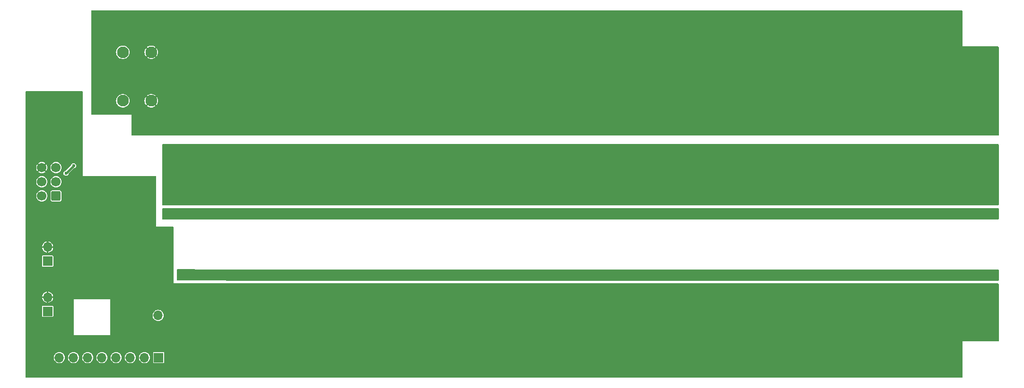
<source format=gbr>
%TF.GenerationSoftware,KiCad,Pcbnew,8.0.5*%
%TF.CreationDate,2024-10-14T01:07:43-05:00*%
%TF.ProjectId,bidirectional_load_switch,62696469-7265-4637-9469-6f6e616c5f6c,rev?*%
%TF.SameCoordinates,Original*%
%TF.FileFunction,Copper,L2,Bot*%
%TF.FilePolarity,Positive*%
%FSLAX46Y46*%
G04 Gerber Fmt 4.6, Leading zero omitted, Abs format (unit mm)*
G04 Created by KiCad (PCBNEW 8.0.5) date 2024-10-14 01:07:43*
%MOMM*%
%LPD*%
G01*
G04 APERTURE LIST*
G04 Aperture macros list*
%AMRoundRect*
0 Rectangle with rounded corners*
0 $1 Rounding radius*
0 $2 $3 $4 $5 $6 $7 $8 $9 X,Y pos of 4 corners*
0 Add a 4 corners polygon primitive as box body*
4,1,4,$2,$3,$4,$5,$6,$7,$8,$9,$2,$3,0*
0 Add four circle primitives for the rounded corners*
1,1,$1+$1,$2,$3*
1,1,$1+$1,$4,$5*
1,1,$1+$1,$6,$7*
1,1,$1+$1,$8,$9*
0 Add four rect primitives between the rounded corners*
20,1,$1+$1,$2,$3,$4,$5,0*
20,1,$1+$1,$4,$5,$6,$7,0*
20,1,$1+$1,$6,$7,$8,$9,0*
20,1,$1+$1,$8,$9,$2,$3,0*%
G04 Aperture macros list end*
%TA.AperFunction,ComponentPad*%
%ADD10R,1.700000X1.700000*%
%TD*%
%TA.AperFunction,ComponentPad*%
%ADD11O,1.700000X1.700000*%
%TD*%
%TA.AperFunction,ComponentPad*%
%ADD12RoundRect,0.250000X0.600000X0.600000X-0.600000X0.600000X-0.600000X-0.600000X0.600000X-0.600000X0*%
%TD*%
%TA.AperFunction,ComponentPad*%
%ADD13C,1.700000*%
%TD*%
%TA.AperFunction,ComponentPad*%
%ADD14C,2.100000*%
%TD*%
%TA.AperFunction,ViaPad*%
%ADD15C,0.600000*%
%TD*%
%TA.AperFunction,Conductor*%
%ADD16C,0.400000*%
%TD*%
G04 APERTURE END LIST*
D10*
%TO.P,J105,1,Pin_1*%
%TO.N,MISO{slash}fault_status*%
X67300000Y-106800000D03*
D11*
%TO.P,J105,2,Pin_2*%
%TO.N,GND*%
X67300000Y-104260000D03*
%TD*%
D10*
%TO.P,J102,1,Pin_1*%
%TO.N,GND*%
X84550000Y-116550000D03*
D11*
%TO.P,J102,2,Pin_2*%
%TO.N,5V*%
X87090000Y-116550000D03*
%TD*%
D12*
%TO.P,J107,1,MISO*%
%TO.N,MISO{slash}fault_status*%
X68802500Y-95095000D03*
D13*
%TO.P,J107,2,VCC*%
%TO.N,3V3*%
X66262500Y-95095000D03*
%TO.P,J107,3,SCK*%
%TO.N,SCK{slash}~{fault_rst}*%
X68802500Y-92555000D03*
%TO.P,J107,4,MOSI*%
%TO.N,MOSI*%
X66262500Y-92555000D03*
%TO.P,J107,5,~{RST}*%
%TO.N,~{MCU_RST}*%
X68802500Y-90015000D03*
%TO.P,J107,6,GND*%
%TO.N,GND*%
X66262500Y-90015000D03*
%TD*%
D10*
%TO.P,J106,1,Pin_1*%
%TO.N,SCK{slash}~{fault_rst}*%
X67300000Y-115800000D03*
D11*
%TO.P,J106,2,Pin_2*%
%TO.N,GND*%
X67300000Y-113260000D03*
%TD*%
D10*
%TO.P,J104,1,Pin_1*%
%TO.N,15V_isolated*%
X89050000Y-98300000D03*
D11*
%TO.P,J104,2,Pin_2*%
%TO.N,GNDPWR*%
X89050000Y-95760000D03*
%TD*%
D10*
%TO.P,J103,1,Pin_1*%
%TO.N,PWM1_in*%
X87180000Y-124100000D03*
D11*
%TO.P,J103,2,Pin_2*%
%TO.N,PWM2_in*%
X84640000Y-124100000D03*
%TO.P,J103,3,Pin_3*%
%TO.N,PWM3_in*%
X82100000Y-124100000D03*
%TO.P,J103,4,Pin_4*%
%TO.N,PWM4_in*%
X79560000Y-124100000D03*
%TO.P,J103,5,Pin_5*%
%TO.N,PWM5_in*%
X77020000Y-124100000D03*
%TO.P,J103,6,Pin_6*%
%TO.N,PWM6_in*%
X74480000Y-124100000D03*
%TO.P,J103,7,Pin_7*%
%TO.N,PWM7_in*%
X71940000Y-124100000D03*
%TO.P,J103,8,Pin_8*%
%TO.N,PWM8_in*%
X69400000Y-124100000D03*
%TO.P,J103,9,Pin_9*%
%TO.N,GND*%
X66860000Y-124100000D03*
%TD*%
D14*
%TO.P,J101,1_1,1_1*%
%TO.N,Earth*%
X85840000Y-78037500D03*
%TO.P,J101,1_2,1_2*%
X85840000Y-69337500D03*
%TO.P,J101,2_1,2_1*%
%TO.N,AC_in*%
X80760000Y-78037500D03*
%TO.P,J101,2_2,2_2*%
X80760000Y-69337500D03*
%TD*%
D15*
%TO.N,GND*%
X82141600Y-109141600D03*
X80241600Y-109141600D03*
X209950000Y-112650000D03*
X127500000Y-117300000D03*
X164500000Y-118250000D03*
X146000000Y-115300000D03*
X209200000Y-114650000D03*
X227800000Y-113900000D03*
X127500000Y-118250000D03*
X127500000Y-119300000D03*
X82950000Y-93350000D03*
X79200000Y-98250000D03*
X153550000Y-115400000D03*
X153700000Y-114650000D03*
X207950000Y-121900000D03*
X84041600Y-114741600D03*
X220000000Y-115300000D03*
X81200000Y-111950000D03*
X164500000Y-117300000D03*
X190900000Y-113150000D03*
X220000000Y-114300000D03*
X201500000Y-119300000D03*
X192200000Y-112650000D03*
X81200000Y-113350000D03*
X83091600Y-109141600D03*
X220000000Y-113300000D03*
X83091600Y-111941600D03*
X172950000Y-112650000D03*
X191450000Y-112650000D03*
X210700000Y-112650000D03*
X84991600Y-114741600D03*
X201500000Y-115300000D03*
X134550000Y-120850000D03*
X83091600Y-114741600D03*
X76050000Y-92900000D03*
X109000000Y-113300000D03*
X164500000Y-115300000D03*
X229200000Y-112650000D03*
X116900000Y-113150000D03*
X146000000Y-114300000D03*
X171550000Y-120850000D03*
X170950000Y-121900000D03*
X183000000Y-116300000D03*
X83091600Y-110541600D03*
X153050000Y-121500000D03*
X109000000Y-114300000D03*
X183000000Y-115300000D03*
X220000000Y-118250000D03*
X164500000Y-114300000D03*
X82141600Y-113341600D03*
X109000000Y-119300000D03*
X227700000Y-114650000D03*
X220000000Y-117300000D03*
X183000000Y-119300000D03*
X136700000Y-112650000D03*
X135400000Y-113150000D03*
X155200000Y-112650000D03*
X226450000Y-121900000D03*
X146000000Y-118250000D03*
X190700000Y-114650000D03*
X90500000Y-115300000D03*
X90500000Y-118250000D03*
X82150000Y-114750000D03*
X220000000Y-119300000D03*
X228450000Y-112650000D03*
X90500000Y-116300000D03*
X99700000Y-112650000D03*
X183000000Y-113300000D03*
X208550000Y-120850000D03*
X153900000Y-113150000D03*
X134550000Y-121500000D03*
X173700000Y-112650000D03*
X73100000Y-102550000D03*
X98200000Y-114650000D03*
X135050000Y-115400000D03*
X117450000Y-112650000D03*
X209400000Y-113150000D03*
X227550000Y-115400000D03*
X98400000Y-113150000D03*
X76050000Y-92150000D03*
X189450000Y-121900000D03*
X172300000Y-113900000D03*
X115450000Y-121900000D03*
X190550000Y-115400000D03*
X172200000Y-114650000D03*
X83091600Y-113341600D03*
X127500000Y-113300000D03*
X109000000Y-117300000D03*
X90500000Y-114300000D03*
X84041600Y-109141600D03*
X146000000Y-119300000D03*
X183000000Y-118250000D03*
X135300000Y-113900000D03*
X227900000Y-113150000D03*
X146000000Y-116300000D03*
X116050000Y-121500000D03*
X183000000Y-114300000D03*
X82250000Y-93350000D03*
X97550000Y-121500000D03*
X152450000Y-121900000D03*
X96950000Y-121900000D03*
X116700000Y-114650000D03*
X81191600Y-109141600D03*
X201500000Y-114300000D03*
X82141600Y-110541600D03*
X90500000Y-117300000D03*
X201500000Y-118250000D03*
X172400000Y-113150000D03*
X190800000Y-113900000D03*
X76050000Y-93650000D03*
X208550000Y-121500000D03*
X76800000Y-93650000D03*
X81191600Y-110541600D03*
X164500000Y-119300000D03*
X109000000Y-116300000D03*
X68254003Y-78445800D03*
X154450000Y-112650000D03*
X201500000Y-117300000D03*
X127500000Y-115300000D03*
X118200000Y-112650000D03*
X171550000Y-121500000D03*
X201500000Y-116300000D03*
X190050000Y-120850000D03*
X127500000Y-116300000D03*
X84041600Y-113341600D03*
X78500000Y-98250000D03*
X82141600Y-111941600D03*
X220000000Y-116300000D03*
X72350000Y-103300000D03*
X98050000Y-115400000D03*
X109000000Y-115300000D03*
X133950000Y-121900000D03*
X97550000Y-120850000D03*
X146000000Y-117300000D03*
X164500000Y-113300000D03*
X227050000Y-120850000D03*
X153050000Y-120850000D03*
X72350000Y-102550000D03*
X153800000Y-113900000D03*
X190050000Y-121500000D03*
X172050000Y-115400000D03*
X98950000Y-112650000D03*
X183000000Y-117300000D03*
X72350000Y-104050000D03*
X209300000Y-113900000D03*
X135200000Y-114650000D03*
X116050000Y-120850000D03*
X164500000Y-116300000D03*
X67550000Y-78445800D03*
X146000000Y-113300000D03*
X116550000Y-115400000D03*
X127500000Y-114300000D03*
X116800000Y-113900000D03*
X98300000Y-113900000D03*
X201500000Y-113300000D03*
X90500000Y-113300000D03*
X90500000Y-119300000D03*
X209050000Y-115400000D03*
X227050000Y-121500000D03*
X84991600Y-113341600D03*
X109000000Y-118250000D03*
X135950000Y-112650000D03*
%TO.N,3V3*%
X109700000Y-108750000D03*
X90950000Y-109750000D03*
X167400000Y-108750000D03*
X148900000Y-109850000D03*
X165750000Y-109300000D03*
X185900000Y-108750000D03*
X111350000Y-109300000D03*
X222900000Y-108750000D03*
X203300000Y-108750000D03*
X183700000Y-108750000D03*
X184800000Y-109850000D03*
X92950000Y-108750000D03*
X202200000Y-108750000D03*
X128200000Y-109850000D03*
X204400000Y-109850000D03*
X128750000Y-109300000D03*
X147800000Y-108750000D03*
X221800000Y-108750000D03*
X92950000Y-109750000D03*
X110800000Y-109850000D03*
X201600000Y-109300000D03*
X203850000Y-109300000D03*
X148900000Y-108750000D03*
X109700000Y-109850000D03*
X90950000Y-108750000D03*
X111900000Y-109850000D03*
X91950000Y-109750000D03*
X203300000Y-109850000D03*
X202200000Y-109850000D03*
X129300000Y-108750000D03*
X166300000Y-108750000D03*
X185900000Y-109850000D03*
X93950000Y-108750000D03*
X165200000Y-109850000D03*
X93950000Y-109750000D03*
X110250000Y-109300000D03*
X221250000Y-109300000D03*
X166300000Y-109850000D03*
X147250000Y-109300000D03*
X129300000Y-109850000D03*
X204400000Y-108750000D03*
X127600000Y-109300000D03*
X129850000Y-109300000D03*
X184800000Y-108750000D03*
X91950000Y-108750000D03*
X130400000Y-108750000D03*
X128200000Y-108750000D03*
X220700000Y-108750000D03*
X184250000Y-109300000D03*
X146700000Y-108750000D03*
X202750000Y-109300000D03*
X146100000Y-109300000D03*
X183100000Y-109300000D03*
X167400000Y-109850000D03*
X147800000Y-109850000D03*
X183700000Y-109850000D03*
X220700000Y-109850000D03*
X222350000Y-109300000D03*
X165200000Y-108750000D03*
X166850000Y-109300000D03*
X111900000Y-108750000D03*
X110800000Y-108750000D03*
X146700000Y-109850000D03*
X148350000Y-109300000D03*
X222900000Y-109850000D03*
X221800000Y-109850000D03*
X164600000Y-109300000D03*
X185350000Y-109300000D03*
X130400000Y-109850000D03*
X109100000Y-109300000D03*
X220100000Y-109300000D03*
%TO.N,GNDPWR*%
X157500000Y-91800000D03*
X116000000Y-87200000D03*
X234400000Y-94800000D03*
X189250000Y-86450000D03*
X156200000Y-96300000D03*
X173300000Y-96300000D03*
X180250000Y-87300000D03*
X117800000Y-94800000D03*
X233050000Y-90300000D03*
X159050000Y-91800000D03*
X143300000Y-91800000D03*
X141900000Y-93300000D03*
X106300000Y-88800000D03*
X235900000Y-96300000D03*
X161800000Y-94800000D03*
X177550000Y-91800000D03*
X198800000Y-91800000D03*
X178950000Y-91800000D03*
X103500000Y-93300000D03*
X141950000Y-91800000D03*
X170750000Y-87200000D03*
X177500000Y-93300000D03*
X217300000Y-90300000D03*
X123450000Y-90300000D03*
X96750000Y-88700000D03*
X178950000Y-90300000D03*
X210300000Y-96300000D03*
X213100000Y-94800000D03*
X190000000Y-86450000D03*
X133750000Y-86450000D03*
X196000000Y-94800000D03*
X143300000Y-90300000D03*
X116000000Y-86450000D03*
X196000000Y-93300000D03*
X231500000Y-91800000D03*
X117800000Y-96300000D03*
X137700000Y-94800000D03*
X103500000Y-94800000D03*
X161800000Y-93300000D03*
X106300000Y-96300000D03*
X194600000Y-94800000D03*
X136300000Y-94800000D03*
X235900000Y-91800000D03*
X160400000Y-94800000D03*
X139100000Y-93300000D03*
X106300000Y-91800000D03*
X124800000Y-94800000D03*
X176850000Y-88900000D03*
X97500000Y-87200000D03*
X143300000Y-93300000D03*
X143300000Y-87300000D03*
X120500000Y-91800000D03*
X227000000Y-87950000D03*
X234450000Y-91800000D03*
X235900000Y-93300000D03*
X217300000Y-93300000D03*
X96750000Y-87950000D03*
X189250000Y-87200000D03*
X196000000Y-96300000D03*
X197400000Y-96300000D03*
X154800000Y-93300000D03*
X171500000Y-88700000D03*
X137700000Y-96300000D03*
X122000000Y-93300000D03*
X231550000Y-90300000D03*
X173300000Y-93300000D03*
X157600000Y-96300000D03*
X176000000Y-91800000D03*
X102100000Y-96300000D03*
X99300000Y-96300000D03*
X198800000Y-96300000D03*
X152250000Y-87200000D03*
X195350000Y-88900000D03*
X140500000Y-94800000D03*
X178900000Y-96300000D03*
X123400000Y-93300000D03*
X173300000Y-94800000D03*
X191800000Y-96300000D03*
X156200000Y-93300000D03*
X124800000Y-90300000D03*
X213050000Y-90300000D03*
X215900000Y-96300000D03*
X174700000Y-96300000D03*
X120600000Y-94800000D03*
X104900000Y-96300000D03*
X157550000Y-90300000D03*
X228800000Y-93300000D03*
X122050000Y-90300000D03*
X171500000Y-87200000D03*
X124800000Y-88800000D03*
X207750000Y-88700000D03*
X119200000Y-93300000D03*
X158350000Y-88900000D03*
X234400000Y-93300000D03*
X122000000Y-94800000D03*
X140500000Y-93300000D03*
X230200000Y-93300000D03*
X117800000Y-93300000D03*
X120550000Y-90300000D03*
X226250000Y-88700000D03*
X171500000Y-87950000D03*
X115250000Y-87950000D03*
X208500000Y-87200000D03*
X180250000Y-94800000D03*
X133750000Y-87200000D03*
X191800000Y-94800000D03*
X213850000Y-88900000D03*
X190000000Y-87200000D03*
X120600000Y-93300000D03*
X226250000Y-87950000D03*
X227000000Y-86450000D03*
X102100000Y-93300000D03*
X214500000Y-96300000D03*
X115250000Y-88700000D03*
X122000000Y-96300000D03*
X122050000Y-91800000D03*
X198800000Y-90300000D03*
X133750000Y-87950000D03*
X104950000Y-90300000D03*
X139100000Y-96300000D03*
X170750000Y-86450000D03*
X119200000Y-94800000D03*
X154800000Y-96300000D03*
X140550000Y-91800000D03*
X161800000Y-91800000D03*
X116000000Y-87950000D03*
X208500000Y-88700000D03*
X177550000Y-90300000D03*
X160450000Y-91800000D03*
X100700000Y-96300000D03*
X207750000Y-87950000D03*
X154800000Y-94800000D03*
X194600000Y-93300000D03*
X104950000Y-91800000D03*
X190000000Y-88700000D03*
X213100000Y-93300000D03*
X124800000Y-87300000D03*
X228800000Y-94800000D03*
X194500000Y-91800000D03*
X215900000Y-94800000D03*
X235900000Y-87300000D03*
X106300000Y-93300000D03*
X196050000Y-91800000D03*
X134500000Y-86450000D03*
X161800000Y-87300000D03*
X207750000Y-87200000D03*
X210300000Y-94800000D03*
X214500000Y-93300000D03*
X160400000Y-96300000D03*
X213100000Y-96300000D03*
X120600000Y-96300000D03*
X226250000Y-86450000D03*
X143300000Y-96300000D03*
X180250000Y-88800000D03*
X159000000Y-96300000D03*
X207750000Y-86450000D03*
X176100000Y-94800000D03*
X134500000Y-88700000D03*
X232350000Y-88900000D03*
X136300000Y-96300000D03*
X139850000Y-88900000D03*
X124800000Y-96300000D03*
X170750000Y-87950000D03*
X153000000Y-87950000D03*
X217300000Y-94800000D03*
X161800000Y-96300000D03*
X174700000Y-94800000D03*
X153000000Y-86450000D03*
X133750000Y-88700000D03*
X106300000Y-94800000D03*
X227000000Y-88700000D03*
X152250000Y-86450000D03*
X193200000Y-93300000D03*
X159050000Y-90300000D03*
X124800000Y-93300000D03*
X197400000Y-94800000D03*
X226250000Y-87200000D03*
X99300000Y-94800000D03*
X100700000Y-94800000D03*
X123400000Y-94800000D03*
X156200000Y-94800000D03*
X97500000Y-88700000D03*
X189250000Y-88700000D03*
X153000000Y-88700000D03*
X211700000Y-93300000D03*
X233000000Y-96300000D03*
X217300000Y-91800000D03*
X176100000Y-96300000D03*
X194600000Y-96300000D03*
X141950000Y-90300000D03*
X140550000Y-90300000D03*
X103550000Y-91800000D03*
X197450000Y-91800000D03*
X159000000Y-94800000D03*
X177500000Y-94800000D03*
X198800000Y-93300000D03*
X217300000Y-88800000D03*
X141900000Y-94800000D03*
X214500000Y-94800000D03*
X116000000Y-88700000D03*
X121350000Y-88900000D03*
X235900000Y-88800000D03*
X103550000Y-90300000D03*
X157600000Y-94800000D03*
X124800000Y-91800000D03*
X208500000Y-87950000D03*
X231600000Y-96300000D03*
X233000000Y-94800000D03*
X96750000Y-86450000D03*
X217300000Y-87300000D03*
X235900000Y-94800000D03*
X176050000Y-90300000D03*
X235900000Y-90300000D03*
X214550000Y-91800000D03*
X191800000Y-93300000D03*
X161800000Y-88800000D03*
X102850000Y-88900000D03*
X143300000Y-88800000D03*
X140500000Y-96300000D03*
X213000000Y-91800000D03*
X193200000Y-94800000D03*
X180250000Y-91800000D03*
X115250000Y-87200000D03*
X178900000Y-93300000D03*
X177500000Y-96300000D03*
X99300000Y-93300000D03*
X231600000Y-94800000D03*
X210300000Y-93300000D03*
X152250000Y-87950000D03*
X137700000Y-93300000D03*
X198800000Y-94800000D03*
X100700000Y-93300000D03*
X134500000Y-87200000D03*
X97500000Y-87950000D03*
X136300000Y-93300000D03*
X134500000Y-87950000D03*
X139100000Y-94800000D03*
X234450000Y-90300000D03*
X228800000Y-96300000D03*
X176100000Y-93300000D03*
X196050000Y-90300000D03*
X211700000Y-96300000D03*
X160400000Y-93300000D03*
X152250000Y-88700000D03*
X123400000Y-96300000D03*
X139000000Y-91800000D03*
X208500000Y-86450000D03*
X198800000Y-88800000D03*
X160450000Y-90300000D03*
X102050000Y-90300000D03*
X123450000Y-91800000D03*
X161800000Y-90300000D03*
X104900000Y-94800000D03*
X193200000Y-96300000D03*
X197400000Y-93300000D03*
X97500000Y-86450000D03*
X115250000Y-86450000D03*
X234400000Y-96300000D03*
X180250000Y-93300000D03*
X233050000Y-91800000D03*
X231600000Y-93300000D03*
X139050000Y-90300000D03*
X157600000Y-93300000D03*
X143300000Y-94800000D03*
X215950000Y-90300000D03*
X153000000Y-87200000D03*
X180250000Y-96300000D03*
X211700000Y-94800000D03*
X214550000Y-90300000D03*
X106300000Y-90300000D03*
X102000000Y-91800000D03*
X119200000Y-96300000D03*
X159000000Y-93300000D03*
X178900000Y-94800000D03*
X215950000Y-91800000D03*
X230200000Y-94800000D03*
X190000000Y-87950000D03*
X180250000Y-90300000D03*
X102100000Y-94800000D03*
X174700000Y-93300000D03*
X96750000Y-87200000D03*
X194550000Y-90300000D03*
X141900000Y-96300000D03*
X171500000Y-86450000D03*
X104900000Y-93300000D03*
X106300000Y-87300000D03*
X215900000Y-93300000D03*
X233000000Y-93300000D03*
X198800000Y-87300000D03*
X189250000Y-87950000D03*
X217300000Y-96300000D03*
X103500000Y-96300000D03*
X170750000Y-88700000D03*
X230200000Y-96300000D03*
X227000000Y-87200000D03*
X197450000Y-90300000D03*
%TO.N,15V_isolated*%
X129250000Y-97900000D03*
X220900000Y-97900000D03*
X223450000Y-98750000D03*
X112450000Y-98750000D03*
X185600000Y-97900000D03*
X90550000Y-97900000D03*
X202400000Y-97900000D03*
X149450000Y-97900000D03*
X220050000Y-98750000D03*
X91400000Y-98750000D03*
X130950000Y-97900000D03*
X204100000Y-98750000D03*
X166250000Y-98750000D03*
X223450000Y-97900000D03*
X129250000Y-98750000D03*
X201550000Y-97900000D03*
X90550000Y-98750000D03*
X128400000Y-97900000D03*
X220900000Y-98750000D03*
X166250000Y-97900000D03*
X130950000Y-98750000D03*
X167950000Y-97900000D03*
X164550000Y-97900000D03*
X183050000Y-97900000D03*
X204100000Y-97900000D03*
X201550000Y-98750000D03*
X220050000Y-97900000D03*
X149450000Y-98750000D03*
X93100000Y-98750000D03*
X186450000Y-97900000D03*
X148600000Y-97900000D03*
X164550000Y-98750000D03*
X146900000Y-97900000D03*
X167100000Y-98750000D03*
X112450000Y-97900000D03*
X222600000Y-98750000D03*
X202400000Y-98750000D03*
X183900000Y-97900000D03*
X128400000Y-98750000D03*
X147750000Y-98750000D03*
X165400000Y-97900000D03*
X109050000Y-98750000D03*
X111600000Y-97900000D03*
X92250000Y-98750000D03*
X127550000Y-97900000D03*
X183050000Y-98750000D03*
X146900000Y-98750000D03*
X183900000Y-98750000D03*
X111600000Y-98750000D03*
X184750000Y-97900000D03*
X130100000Y-97900000D03*
X222600000Y-97900000D03*
X167100000Y-97900000D03*
X110750000Y-97900000D03*
X203250000Y-97900000D03*
X146050000Y-97900000D03*
X93950000Y-98750000D03*
X130100000Y-98750000D03*
X109900000Y-97900000D03*
X109050000Y-97900000D03*
X92250000Y-97900000D03*
X146050000Y-98750000D03*
X203250000Y-98750000D03*
X109900000Y-98750000D03*
X91400000Y-97900000D03*
X186450000Y-98750000D03*
X165400000Y-98750000D03*
X204950000Y-98750000D03*
X221750000Y-98750000D03*
X221750000Y-97900000D03*
X93950000Y-97900000D03*
X93100000Y-97900000D03*
X185600000Y-98750000D03*
X147750000Y-97900000D03*
X148600000Y-98750000D03*
X204950000Y-97900000D03*
X127550000Y-98750000D03*
X167950000Y-98750000D03*
X184750000Y-98750000D03*
X110750000Y-98750000D03*
%TO.N,Earth*%
X137000000Y-76350000D03*
X192500000Y-74100000D03*
X137000000Y-74100000D03*
X157800000Y-73000000D03*
X103450000Y-74100000D03*
X121950000Y-75250000D03*
X157800000Y-74100000D03*
X103450000Y-71900000D03*
X174000000Y-76350000D03*
X194800000Y-70800000D03*
X215600000Y-70800000D03*
X194800000Y-75250000D03*
X197100000Y-70800000D03*
X104600000Y-74100000D03*
X104600000Y-75250000D03*
X215600000Y-76350000D03*
X123100000Y-73000000D03*
X156650000Y-74100000D03*
X102300000Y-73000000D03*
X155500000Y-73000000D03*
X141600000Y-73000000D03*
X119650000Y-73000000D03*
X212150000Y-73000000D03*
X215600000Y-73000000D03*
X175150000Y-74100000D03*
X137000000Y-71900000D03*
X158950000Y-74100000D03*
X102300000Y-74100000D03*
X160100000Y-76350000D03*
X230650000Y-71900000D03*
X178600000Y-76350000D03*
X195950000Y-71900000D03*
X192500000Y-71900000D03*
X231800000Y-76350000D03*
X100000000Y-75250000D03*
X139300000Y-71900000D03*
X193650000Y-70800000D03*
X118500000Y-71900000D03*
X231800000Y-73000000D03*
X141600000Y-75250000D03*
X212150000Y-70800000D03*
X140450000Y-73000000D03*
X104600000Y-76350000D03*
X195950000Y-75250000D03*
X195950000Y-76350000D03*
X155500000Y-70800000D03*
X211000000Y-73000000D03*
X121950000Y-76350000D03*
X230650000Y-74100000D03*
X193650000Y-74100000D03*
X102300000Y-70800000D03*
X176300000Y-76350000D03*
X155500000Y-71900000D03*
X101150000Y-73000000D03*
X175150000Y-73000000D03*
X234100000Y-70800000D03*
X213300000Y-73000000D03*
X192500000Y-75250000D03*
X139300000Y-76350000D03*
X103450000Y-70800000D03*
X138150000Y-70800000D03*
X104600000Y-71900000D03*
X156650000Y-71900000D03*
X195950000Y-74100000D03*
X177450000Y-70800000D03*
X156650000Y-70800000D03*
X123100000Y-75250000D03*
X123100000Y-71900000D03*
X118500000Y-70800000D03*
X178600000Y-70800000D03*
X119650000Y-71900000D03*
X213300000Y-75250000D03*
X123100000Y-76350000D03*
X140450000Y-76350000D03*
X120800000Y-76350000D03*
X211000000Y-70800000D03*
X232950000Y-71900000D03*
X231800000Y-70800000D03*
X213300000Y-76350000D03*
X213300000Y-71900000D03*
X176300000Y-71900000D03*
X100000000Y-74100000D03*
X118500000Y-74100000D03*
X174000000Y-73000000D03*
X215600000Y-74100000D03*
X139300000Y-70800000D03*
X157800000Y-75250000D03*
X229500000Y-71900000D03*
X138150000Y-76350000D03*
X158950000Y-70800000D03*
X121950000Y-73000000D03*
X160100000Y-71900000D03*
X160100000Y-74100000D03*
X177450000Y-74100000D03*
X177450000Y-75250000D03*
X214450000Y-75250000D03*
X197100000Y-76350000D03*
X102300000Y-75250000D03*
X175150000Y-76350000D03*
X213300000Y-74100000D03*
X156650000Y-75250000D03*
X141600000Y-76350000D03*
X229500000Y-73000000D03*
X155500000Y-75250000D03*
X211000000Y-76350000D03*
X194800000Y-76350000D03*
X140450000Y-74100000D03*
X121950000Y-74100000D03*
X138150000Y-71900000D03*
X194800000Y-74100000D03*
X158950000Y-71900000D03*
X231800000Y-74100000D03*
X138150000Y-75250000D03*
X177450000Y-76350000D03*
X137000000Y-75250000D03*
X192500000Y-70800000D03*
X119650000Y-76350000D03*
X101150000Y-74100000D03*
X157800000Y-76350000D03*
X194800000Y-73000000D03*
X234100000Y-74100000D03*
X101150000Y-70800000D03*
X160100000Y-73000000D03*
X232950000Y-70800000D03*
X120800000Y-73000000D03*
X156650000Y-76350000D03*
X139300000Y-74100000D03*
X192500000Y-73000000D03*
X194800000Y-71900000D03*
X215600000Y-71900000D03*
X214450000Y-71900000D03*
X160100000Y-70800000D03*
X212150000Y-71900000D03*
X139300000Y-75250000D03*
X214450000Y-73000000D03*
X100000000Y-70800000D03*
X100000000Y-73000000D03*
X178600000Y-73000000D03*
X138150000Y-73000000D03*
X231800000Y-75250000D03*
X230650000Y-76350000D03*
X212150000Y-74100000D03*
X118500000Y-75250000D03*
X174000000Y-70800000D03*
X139300000Y-73000000D03*
X160100000Y-75250000D03*
X157800000Y-70800000D03*
X175150000Y-71900000D03*
X197100000Y-74100000D03*
X197100000Y-73000000D03*
X119650000Y-74100000D03*
X232950000Y-75250000D03*
X119650000Y-70800000D03*
X118500000Y-73000000D03*
X120800000Y-71900000D03*
X175150000Y-70800000D03*
X174000000Y-71900000D03*
X230650000Y-70800000D03*
X175150000Y-75250000D03*
X178600000Y-71900000D03*
X123100000Y-74100000D03*
X193650000Y-73000000D03*
X197100000Y-71900000D03*
X192500000Y-76350000D03*
X177450000Y-71900000D03*
X101150000Y-76350000D03*
X197100000Y-75250000D03*
X232950000Y-73000000D03*
X193650000Y-75250000D03*
X120800000Y-74100000D03*
X103450000Y-75250000D03*
X176300000Y-70800000D03*
X176300000Y-74100000D03*
X140450000Y-71900000D03*
X213300000Y-70800000D03*
X141600000Y-74100000D03*
X176300000Y-75250000D03*
X101150000Y-75250000D03*
X214450000Y-76350000D03*
X229500000Y-70800000D03*
X101150000Y-71900000D03*
X104600000Y-70800000D03*
X100000000Y-71900000D03*
X211000000Y-74100000D03*
X177450000Y-73000000D03*
X215600000Y-75250000D03*
X195950000Y-73000000D03*
X234100000Y-76350000D03*
X137000000Y-70800000D03*
X229500000Y-76350000D03*
X174000000Y-75250000D03*
X100000000Y-76350000D03*
X211000000Y-75250000D03*
X176300000Y-73000000D03*
X140450000Y-70800000D03*
X158950000Y-76350000D03*
X103450000Y-73000000D03*
X155500000Y-74100000D03*
X141600000Y-71900000D03*
X118500000Y-76350000D03*
X230650000Y-73000000D03*
X231800000Y-71900000D03*
X155500000Y-76350000D03*
X211000000Y-71900000D03*
X102300000Y-71900000D03*
X195950000Y-70800000D03*
X157800000Y-71900000D03*
X232950000Y-74100000D03*
X193650000Y-76350000D03*
X119650000Y-75250000D03*
X193650000Y-71900000D03*
X212150000Y-75250000D03*
X140450000Y-75250000D03*
X214450000Y-70800000D03*
X212150000Y-76350000D03*
X141600000Y-70800000D03*
X120800000Y-75250000D03*
X234100000Y-73000000D03*
X234100000Y-71900000D03*
X178600000Y-75250000D03*
X158950000Y-73000000D03*
X178600000Y-74100000D03*
X102300000Y-76350000D03*
X156650000Y-73000000D03*
X137000000Y-73000000D03*
X121950000Y-70800000D03*
X230650000Y-75250000D03*
X123100000Y-70800000D03*
X121950000Y-71900000D03*
X229500000Y-75250000D03*
X120800000Y-70800000D03*
X214450000Y-74100000D03*
X232950000Y-76350000D03*
X158950000Y-75250000D03*
X229500000Y-74100000D03*
X103450000Y-76350000D03*
X138150000Y-74100000D03*
X234100000Y-75250000D03*
X174000000Y-74100000D03*
X104600000Y-73000000D03*
%TO.N,~{MCU_RST}*%
X70599259Y-91033941D03*
X71942762Y-89690438D03*
%TD*%
D16*
%TO.N,~{MCU_RST}*%
X71942762Y-89690438D02*
X70599259Y-91033941D01*
%TD*%
%TA.AperFunction,Conductor*%
%TO.N,GNDPWR*%
G36*
X219050000Y-96800000D02*
G01*
X198800000Y-96800000D01*
X198800000Y-85800000D01*
X219050000Y-85800000D01*
X219050000Y-96800000D01*
G37*
%TD.AperFunction*%
%TD*%
%TA.AperFunction,Conductor*%
%TO.N,GND*%
G36*
X126550000Y-124300000D02*
G01*
X108050000Y-124300000D01*
X108050000Y-110800000D01*
X126550000Y-110800000D01*
X126550000Y-124300000D01*
G37*
%TD.AperFunction*%
%TD*%
%TA.AperFunction,Conductor*%
%TO.N,GND*%
G36*
X219050000Y-124300000D02*
G01*
X200550000Y-124300000D01*
X200550000Y-110800000D01*
X219050000Y-110800000D01*
X219050000Y-124300000D01*
G37*
%TD.AperFunction*%
%TD*%
%TA.AperFunction,Conductor*%
%TO.N,3V3*%
G36*
X200550000Y-110300000D02*
G01*
X182050000Y-110300000D01*
X182050000Y-108300000D01*
X200550000Y-108300000D01*
X200550000Y-110300000D01*
G37*
%TD.AperFunction*%
%TD*%
%TA.AperFunction,Conductor*%
%TO.N,GNDPWR*%
G36*
X237493039Y-85819685D02*
G01*
X237538794Y-85872489D01*
X237550000Y-85924000D01*
X237550000Y-96676000D01*
X237530315Y-96743039D01*
X237477511Y-96788794D01*
X237426000Y-96800000D01*
X217300000Y-96800000D01*
X217300000Y-85800000D01*
X237426000Y-85800000D01*
X237493039Y-85819685D01*
G37*
%TD.AperFunction*%
%TD*%
%TA.AperFunction,Conductor*%
%TO.N,15V_isolated*%
G36*
X145050000Y-99300000D02*
G01*
X124800000Y-99300000D01*
X124800000Y-97300000D01*
X145050000Y-97300000D01*
X145050000Y-99300000D01*
G37*
%TD.AperFunction*%
%TD*%
%TA.AperFunction,Conductor*%
%TO.N,GNDPWR*%
G36*
X126550000Y-96800000D02*
G01*
X106300000Y-96800000D01*
X106300000Y-85800000D01*
X126550000Y-85800000D01*
X126550000Y-96800000D01*
G37*
%TD.AperFunction*%
%TD*%
%TA.AperFunction,Conductor*%
%TO.N,GND*%
G36*
X108050000Y-124300000D02*
G01*
X89550000Y-124300000D01*
X89850000Y-110800000D01*
X108050000Y-110800000D01*
X108050000Y-124300000D01*
G37*
%TD.AperFunction*%
%TD*%
%TA.AperFunction,Conductor*%
%TO.N,15V_isolated*%
G36*
X182050000Y-99300000D02*
G01*
X161800000Y-99300000D01*
X161800000Y-97300000D01*
X182050000Y-97300000D01*
X182050000Y-99300000D01*
G37*
%TD.AperFunction*%
%TD*%
%TA.AperFunction,Conductor*%
%TO.N,GNDPWR*%
G36*
X163550000Y-96800000D02*
G01*
X143300000Y-96800000D01*
X143300000Y-85800000D01*
X163550000Y-85800000D01*
X163550000Y-96800000D01*
G37*
%TD.AperFunction*%
%TD*%
%TA.AperFunction,Conductor*%
%TO.N,3V3*%
G36*
X182050000Y-110300000D02*
G01*
X163550000Y-110300000D01*
X163550000Y-108300000D01*
X182050000Y-108300000D01*
X182050000Y-110300000D01*
G37*
%TD.AperFunction*%
%TD*%
%TA.AperFunction,Conductor*%
%TO.N,3V3*%
G36*
X163550000Y-110300000D02*
G01*
X145050000Y-110300000D01*
X145050000Y-108300000D01*
X163550000Y-108300000D01*
X163550000Y-110300000D01*
G37*
%TD.AperFunction*%
%TD*%
%TA.AperFunction,Conductor*%
%TO.N,3V3*%
G36*
X219050000Y-110300000D02*
G01*
X200550000Y-110300000D01*
X200550000Y-108300000D01*
X219050000Y-108300000D01*
X219050000Y-110300000D01*
G37*
%TD.AperFunction*%
%TD*%
%TA.AperFunction,Conductor*%
%TO.N,15V_isolated*%
G36*
X219050000Y-99300000D02*
G01*
X198800000Y-99300000D01*
X198800000Y-97300000D01*
X219050000Y-97300000D01*
X219050000Y-99300000D01*
G37*
%TD.AperFunction*%
%TD*%
%TA.AperFunction,Conductor*%
%TO.N,15V_isolated*%
G36*
X108050000Y-99300000D02*
G01*
X106300000Y-99300000D01*
X87924000Y-99300000D01*
X87856961Y-99280315D01*
X87811206Y-99227511D01*
X87800000Y-99176000D01*
X87800000Y-97424000D01*
X87819685Y-97356961D01*
X87872489Y-97311206D01*
X87924000Y-97300000D01*
X108050000Y-97300000D01*
X108050000Y-99300000D01*
G37*
%TD.AperFunction*%
%TD*%
%TA.AperFunction,Conductor*%
%TO.N,GND*%
G36*
X163550000Y-124300000D02*
G01*
X145050000Y-124300000D01*
X145050000Y-110800000D01*
X163550000Y-110800000D01*
X163550000Y-124300000D01*
G37*
%TD.AperFunction*%
%TD*%
%TA.AperFunction,Conductor*%
%TO.N,GNDPWR*%
G36*
X200550000Y-96800000D02*
G01*
X180300000Y-96800000D01*
X180300000Y-85800000D01*
X200550000Y-85800000D01*
X200550000Y-96800000D01*
G37*
%TD.AperFunction*%
%TD*%
%TA.AperFunction,Conductor*%
%TO.N,GNDPWR*%
G36*
X145050000Y-96800000D02*
G01*
X124800000Y-96800000D01*
X124800000Y-85800000D01*
X145050000Y-85800000D01*
X145050000Y-96800000D01*
G37*
%TD.AperFunction*%
%TD*%
%TA.AperFunction,Conductor*%
%TO.N,3V3*%
G36*
X237493039Y-108319685D02*
G01*
X237538794Y-108372489D01*
X237550000Y-108424000D01*
X237550000Y-110176000D01*
X237530315Y-110243039D01*
X237477511Y-110288794D01*
X237426000Y-110300000D01*
X219050000Y-110300000D01*
X219050000Y-108300000D01*
X237426000Y-108300000D01*
X237493039Y-108319685D01*
G37*
%TD.AperFunction*%
%TD*%
%TA.AperFunction,Conductor*%
%TO.N,3V3*%
G36*
X96742165Y-108267875D02*
G01*
X108049824Y-108300000D01*
X108050000Y-108300000D01*
X108050000Y-110300000D01*
X108049648Y-110299999D01*
X90573648Y-110250351D01*
X90506664Y-110230477D01*
X90461060Y-110177543D01*
X90450000Y-110126352D01*
X90450000Y-108374352D01*
X90469685Y-108307313D01*
X90522489Y-108261558D01*
X90574350Y-108250353D01*
X96742165Y-108267875D01*
G37*
%TD.AperFunction*%
%TD*%
%TA.AperFunction,Conductor*%
%TO.N,GND*%
G36*
X237493039Y-110819685D02*
G01*
X237538794Y-110872489D01*
X237550000Y-110924000D01*
X237550000Y-121075661D01*
X237530315Y-121142700D01*
X237477511Y-121188455D01*
X237426000Y-121199661D01*
X231049924Y-121199665D01*
X231049924Y-124300000D01*
X219050000Y-124300000D01*
X219050000Y-110800000D01*
X237426000Y-110800000D01*
X237493039Y-110819685D01*
G37*
%TD.AperFunction*%
%TD*%
%TA.AperFunction,Conductor*%
%TO.N,15V_isolated*%
G36*
X200550000Y-99300000D02*
G01*
X180300000Y-99300000D01*
X180300000Y-97300000D01*
X200550000Y-97300000D01*
X200550000Y-99300000D01*
G37*
%TD.AperFunction*%
%TD*%
%TA.AperFunction,Conductor*%
%TO.N,3V3*%
G36*
X126550000Y-110300000D02*
G01*
X108050001Y-110300000D01*
X108050000Y-110299999D01*
X108050000Y-108300000D01*
X126550000Y-108300000D01*
X126550000Y-110300000D01*
G37*
%TD.AperFunction*%
%TD*%
%TA.AperFunction,Conductor*%
%TO.N,GND*%
G36*
X200550000Y-124300000D02*
G01*
X182050000Y-124300000D01*
X182050000Y-110800000D01*
X200550000Y-110800000D01*
X200550000Y-124300000D01*
G37*
%TD.AperFunction*%
%TD*%
%TA.AperFunction,Conductor*%
%TO.N,GND*%
G36*
X73534639Y-76311285D02*
G01*
X73580394Y-76364089D01*
X73591600Y-76415600D01*
X73591600Y-91541600D01*
X75591600Y-91541600D01*
X86617600Y-91541600D01*
X86684639Y-91561285D01*
X86730394Y-91614089D01*
X86741600Y-91665600D01*
X86741600Y-100591600D01*
X89717702Y-100591600D01*
X89784741Y-100611285D01*
X89830496Y-100664089D01*
X89841701Y-100715497D01*
X89850000Y-110800000D01*
X89550000Y-124300000D01*
X88182899Y-124299561D01*
X88182899Y-123234944D01*
X88174028Y-123190342D01*
X88174026Y-123190340D01*
X88174026Y-123190338D01*
X88140234Y-123139766D01*
X88098097Y-123111611D01*
X88089658Y-123105972D01*
X88089657Y-123105971D01*
X88089656Y-123105971D01*
X88089654Y-123105970D01*
X88045059Y-123097100D01*
X86314945Y-123097100D01*
X86270341Y-123105972D01*
X86270338Y-123105973D01*
X86219766Y-123139765D01*
X86185971Y-123190343D01*
X86185970Y-123190345D01*
X86177100Y-123234940D01*
X86177100Y-124298918D01*
X85627740Y-124298742D01*
X85628389Y-124296603D01*
X85647753Y-124100000D01*
X85628389Y-123903397D01*
X85571042Y-123714350D01*
X85477916Y-123540122D01*
X85477913Y-123540118D01*
X85352589Y-123387410D01*
X85199881Y-123262086D01*
X85199879Y-123262085D01*
X85199878Y-123262084D01*
X85025650Y-123168958D01*
X84836603Y-123111611D01*
X84836601Y-123111610D01*
X84836599Y-123111610D01*
X84640000Y-123092247D01*
X84443400Y-123111610D01*
X84254350Y-123168958D01*
X84080118Y-123262086D01*
X83927410Y-123387410D01*
X83802086Y-123540118D01*
X83708958Y-123714350D01*
X83651610Y-123903400D01*
X83632247Y-124100000D01*
X83651610Y-124296603D01*
X83651611Y-124296605D01*
X83652067Y-124298109D01*
X83087987Y-124297928D01*
X83088389Y-124296603D01*
X83107753Y-124100000D01*
X83088389Y-123903397D01*
X83031042Y-123714350D01*
X82937916Y-123540122D01*
X82937913Y-123540118D01*
X82812589Y-123387410D01*
X82659881Y-123262086D01*
X82659879Y-123262085D01*
X82659878Y-123262084D01*
X82485650Y-123168958D01*
X82296603Y-123111611D01*
X82296601Y-123111610D01*
X82296599Y-123111610D01*
X82100000Y-123092247D01*
X81903400Y-123111610D01*
X81714350Y-123168958D01*
X81540118Y-123262086D01*
X81387410Y-123387410D01*
X81262086Y-123540118D01*
X81168958Y-123714350D01*
X81111610Y-123903400D01*
X81092247Y-124100000D01*
X81111610Y-124296599D01*
X81111610Y-124296601D01*
X81111611Y-124296603D01*
X81111821Y-124297295D01*
X80548233Y-124297114D01*
X80548389Y-124296603D01*
X80567753Y-124100000D01*
X80548389Y-123903397D01*
X80491042Y-123714350D01*
X80397916Y-123540122D01*
X80397913Y-123540118D01*
X80272589Y-123387410D01*
X80119881Y-123262086D01*
X80119879Y-123262085D01*
X80119878Y-123262084D01*
X79945650Y-123168958D01*
X79756603Y-123111611D01*
X79756601Y-123111610D01*
X79756599Y-123111610D01*
X79560000Y-123092247D01*
X79363400Y-123111610D01*
X79174350Y-123168958D01*
X79000118Y-123262086D01*
X78847410Y-123387410D01*
X78722086Y-123540118D01*
X78628958Y-123714350D01*
X78571610Y-123903400D01*
X78552247Y-124100000D01*
X78571598Y-124296481D01*
X78008418Y-124296300D01*
X78027753Y-124100000D01*
X78008389Y-123903397D01*
X77951042Y-123714350D01*
X77857916Y-123540122D01*
X77857913Y-123540118D01*
X77732589Y-123387410D01*
X77579881Y-123262086D01*
X77579879Y-123262085D01*
X77579878Y-123262084D01*
X77405650Y-123168958D01*
X77216603Y-123111611D01*
X77216601Y-123111610D01*
X77216599Y-123111610D01*
X77020000Y-123092247D01*
X76823400Y-123111610D01*
X76634350Y-123168958D01*
X76460118Y-123262086D01*
X76307410Y-123387410D01*
X76182086Y-123540118D01*
X76088958Y-123714350D01*
X76031610Y-123903400D01*
X76012247Y-124100000D01*
X76031518Y-124295667D01*
X75468499Y-124295486D01*
X75487753Y-124100000D01*
X75468389Y-123903397D01*
X75411042Y-123714350D01*
X75317916Y-123540122D01*
X75317913Y-123540118D01*
X75192589Y-123387410D01*
X75039881Y-123262086D01*
X75039879Y-123262085D01*
X75039878Y-123262084D01*
X74865650Y-123168958D01*
X74676603Y-123111611D01*
X74676601Y-123111610D01*
X74676599Y-123111610D01*
X74480000Y-123092247D01*
X74283400Y-123111610D01*
X74094350Y-123168958D01*
X73920118Y-123262086D01*
X73767410Y-123387410D01*
X73642086Y-123540118D01*
X73548958Y-123714350D01*
X73491610Y-123903400D01*
X73472247Y-124100000D01*
X73491437Y-124294853D01*
X72928579Y-124294672D01*
X72947753Y-124100000D01*
X72928389Y-123903397D01*
X72871042Y-123714350D01*
X72777916Y-123540122D01*
X72777913Y-123540118D01*
X72652589Y-123387410D01*
X72499881Y-123262086D01*
X72499879Y-123262085D01*
X72499878Y-123262084D01*
X72325650Y-123168958D01*
X72136603Y-123111611D01*
X72136601Y-123111610D01*
X72136599Y-123111610D01*
X71940000Y-123092247D01*
X71743400Y-123111610D01*
X71554350Y-123168958D01*
X71380118Y-123262086D01*
X71227410Y-123387410D01*
X71102086Y-123540118D01*
X71008958Y-123714350D01*
X70951610Y-123903400D01*
X70932247Y-124100000D01*
X70951357Y-124294038D01*
X70388659Y-124293858D01*
X70407753Y-124100000D01*
X70388389Y-123903397D01*
X70331042Y-123714350D01*
X70237916Y-123540122D01*
X70237913Y-123540118D01*
X70112589Y-123387410D01*
X69959881Y-123262086D01*
X69959879Y-123262085D01*
X69959878Y-123262084D01*
X69785650Y-123168958D01*
X69596603Y-123111611D01*
X69596601Y-123111610D01*
X69596599Y-123111610D01*
X69400000Y-123092247D01*
X69203400Y-123111610D01*
X69014350Y-123168958D01*
X68840118Y-123262086D01*
X68687410Y-123387410D01*
X68562086Y-123540118D01*
X68468958Y-123714350D01*
X68411610Y-123903400D01*
X68392247Y-124100000D01*
X68411277Y-124293224D01*
X63341600Y-124291600D01*
X63341600Y-114934940D01*
X66297100Y-114934940D01*
X66297100Y-116665054D01*
X66305972Y-116709658D01*
X66305973Y-116709661D01*
X66339765Y-116760233D01*
X66339766Y-116760234D01*
X66390342Y-116794028D01*
X66390343Y-116794028D01*
X66390345Y-116794029D01*
X66412642Y-116798464D01*
X66434943Y-116802900D01*
X68165056Y-116802899D01*
X68209658Y-116794028D01*
X68260234Y-116760234D01*
X68294028Y-116709658D01*
X68302900Y-116665057D01*
X68302899Y-114934944D01*
X68294028Y-114890342D01*
X68294026Y-114890340D01*
X68294026Y-114890338D01*
X68260234Y-114839766D01*
X68209659Y-114805973D01*
X68209658Y-114805972D01*
X68209657Y-114805971D01*
X68209656Y-114805971D01*
X68209654Y-114805970D01*
X68165059Y-114797100D01*
X66434945Y-114797100D01*
X66390341Y-114805972D01*
X66390338Y-114805973D01*
X66339766Y-114839765D01*
X66305971Y-114890343D01*
X66305970Y-114890345D01*
X66297100Y-114934940D01*
X63341600Y-114934940D01*
X63341600Y-113135000D01*
X66305060Y-113135000D01*
X66815856Y-113135000D01*
X66800000Y-113194174D01*
X66800000Y-113325826D01*
X66815856Y-113385000D01*
X66305061Y-113385000D01*
X66312103Y-113456503D01*
X66369423Y-113645462D01*
X66462498Y-113819592D01*
X66462502Y-113819599D01*
X66587766Y-113972233D01*
X66740400Y-114097497D01*
X66740407Y-114097501D01*
X66914537Y-114190576D01*
X67103496Y-114247896D01*
X67174999Y-114254938D01*
X67175000Y-114254937D01*
X67175000Y-113744144D01*
X67234174Y-113760000D01*
X67365826Y-113760000D01*
X67425000Y-113744144D01*
X67425000Y-114254938D01*
X67496503Y-114247896D01*
X67685462Y-114190576D01*
X67859592Y-114097501D01*
X67859599Y-114097497D01*
X68012233Y-113972233D01*
X68137497Y-113819599D01*
X68137501Y-113819592D01*
X68230576Y-113645462D01*
X68244366Y-113600004D01*
X71998028Y-113600004D01*
X71998028Y-113600005D01*
X71998028Y-120100005D01*
X78498027Y-120100005D01*
X78498028Y-120100005D01*
X78499105Y-116550000D01*
X86082247Y-116550000D01*
X86101610Y-116746599D01*
X86101610Y-116746601D01*
X86101611Y-116746603D01*
X86158958Y-116935650D01*
X86252084Y-117109878D01*
X86252086Y-117109881D01*
X86377410Y-117262589D01*
X86530118Y-117387913D01*
X86530122Y-117387916D01*
X86704350Y-117481042D01*
X86893397Y-117538389D01*
X87090000Y-117557753D01*
X87286603Y-117538389D01*
X87475650Y-117481042D01*
X87649878Y-117387916D01*
X87802589Y-117262589D01*
X87927916Y-117109878D01*
X88021042Y-116935650D01*
X88078389Y-116746603D01*
X88097753Y-116550000D01*
X88078389Y-116353397D01*
X88021042Y-116164350D01*
X87927916Y-115990122D01*
X87927913Y-115990118D01*
X87802589Y-115837410D01*
X87649881Y-115712086D01*
X87649879Y-115712085D01*
X87649878Y-115712084D01*
X87475650Y-115618958D01*
X87286603Y-115561611D01*
X87286601Y-115561610D01*
X87286599Y-115561610D01*
X87090000Y-115542247D01*
X86893400Y-115561610D01*
X86704350Y-115618958D01*
X86530118Y-115712086D01*
X86377410Y-115837410D01*
X86252086Y-115990118D01*
X86158958Y-116164350D01*
X86101610Y-116353400D01*
X86082247Y-116550000D01*
X78499105Y-116550000D01*
X78500000Y-113600000D01*
X71998028Y-113600004D01*
X68244366Y-113600004D01*
X68287896Y-113456503D01*
X68294939Y-113385000D01*
X67784144Y-113385000D01*
X67800000Y-113325826D01*
X67800000Y-113194174D01*
X67784144Y-113135000D01*
X68294939Y-113135000D01*
X68287896Y-113063496D01*
X68230576Y-112874537D01*
X68137501Y-112700407D01*
X68137497Y-112700400D01*
X68012233Y-112547766D01*
X67859599Y-112422502D01*
X67859592Y-112422498D01*
X67685462Y-112329423D01*
X67496503Y-112272103D01*
X67425000Y-112265060D01*
X67425000Y-112775855D01*
X67365826Y-112760000D01*
X67234174Y-112760000D01*
X67175000Y-112775855D01*
X67175000Y-112265060D01*
X67103496Y-112272103D01*
X66914537Y-112329423D01*
X66740407Y-112422498D01*
X66740400Y-112422502D01*
X66587766Y-112547766D01*
X66462502Y-112700400D01*
X66462498Y-112700407D01*
X66369423Y-112874537D01*
X66312103Y-113063496D01*
X66305060Y-113135000D01*
X63341600Y-113135000D01*
X63341600Y-105934940D01*
X66297100Y-105934940D01*
X66297100Y-107665054D01*
X66305972Y-107709658D01*
X66305973Y-107709661D01*
X66339765Y-107760233D01*
X66339766Y-107760234D01*
X66390342Y-107794028D01*
X66390343Y-107794028D01*
X66390345Y-107794029D01*
X66412642Y-107798464D01*
X66434943Y-107802900D01*
X68165056Y-107802899D01*
X68209658Y-107794028D01*
X68260234Y-107760234D01*
X68294028Y-107709658D01*
X68302900Y-107665057D01*
X68302899Y-105934944D01*
X68294028Y-105890342D01*
X68294026Y-105890340D01*
X68294026Y-105890338D01*
X68260234Y-105839766D01*
X68209659Y-105805973D01*
X68209658Y-105805972D01*
X68209657Y-105805971D01*
X68209656Y-105805971D01*
X68209654Y-105805970D01*
X68165059Y-105797100D01*
X66434945Y-105797100D01*
X66390341Y-105805972D01*
X66390338Y-105805973D01*
X66339766Y-105839765D01*
X66305971Y-105890343D01*
X66305970Y-105890345D01*
X66297100Y-105934940D01*
X63341600Y-105934940D01*
X63341600Y-104135000D01*
X66305060Y-104135000D01*
X66815856Y-104135000D01*
X66800000Y-104194174D01*
X66800000Y-104325826D01*
X66815856Y-104385000D01*
X66305061Y-104385000D01*
X66312103Y-104456503D01*
X66369423Y-104645462D01*
X66462498Y-104819592D01*
X66462502Y-104819599D01*
X66587766Y-104972233D01*
X66740400Y-105097497D01*
X66740407Y-105097501D01*
X66914537Y-105190576D01*
X67103496Y-105247896D01*
X67174999Y-105254938D01*
X67175000Y-105254937D01*
X67175000Y-104744144D01*
X67234174Y-104760000D01*
X67365826Y-104760000D01*
X67425000Y-104744144D01*
X67425000Y-105254938D01*
X67496503Y-105247896D01*
X67685462Y-105190576D01*
X67859592Y-105097501D01*
X67859599Y-105097497D01*
X68012233Y-104972233D01*
X68137497Y-104819599D01*
X68137501Y-104819592D01*
X68230576Y-104645462D01*
X68287896Y-104456503D01*
X68294939Y-104385000D01*
X67784144Y-104385000D01*
X67800000Y-104325826D01*
X67800000Y-104194174D01*
X67784144Y-104135000D01*
X68294939Y-104135000D01*
X68287896Y-104063496D01*
X68230576Y-103874537D01*
X68137501Y-103700407D01*
X68137497Y-103700400D01*
X68012233Y-103547766D01*
X67859599Y-103422502D01*
X67859592Y-103422498D01*
X67685462Y-103329423D01*
X67496503Y-103272103D01*
X67425000Y-103265060D01*
X67425000Y-103775855D01*
X67365826Y-103760000D01*
X67234174Y-103760000D01*
X67175000Y-103775855D01*
X67175000Y-103265060D01*
X67103496Y-103272103D01*
X66914537Y-103329423D01*
X66740407Y-103422498D01*
X66740400Y-103422502D01*
X66587766Y-103547766D01*
X66462502Y-103700400D01*
X66462498Y-103700407D01*
X66369423Y-103874537D01*
X66312103Y-104063496D01*
X66305060Y-104135000D01*
X63341600Y-104135000D01*
X63341600Y-95095000D01*
X65254747Y-95095000D01*
X65274110Y-95291599D01*
X65274110Y-95291601D01*
X65274111Y-95291603D01*
X65331458Y-95480650D01*
X65375687Y-95563397D01*
X65424586Y-95654881D01*
X65549910Y-95807589D01*
X65702618Y-95932913D01*
X65702622Y-95932916D01*
X65876850Y-96026042D01*
X66065897Y-96083389D01*
X66262500Y-96102753D01*
X66459103Y-96083389D01*
X66648150Y-96026042D01*
X66822378Y-95932916D01*
X66975089Y-95807589D01*
X67100416Y-95654878D01*
X67193542Y-95480650D01*
X67250889Y-95291603D01*
X67270253Y-95095000D01*
X67250889Y-94898397D01*
X67193542Y-94709350D01*
X67100416Y-94535122D01*
X67100413Y-94535118D01*
X67041462Y-94463286D01*
X67799600Y-94463286D01*
X67799600Y-95726713D01*
X67814541Y-95821050D01*
X67814542Y-95821053D01*
X67814543Y-95821055D01*
X67871539Y-95932916D01*
X67872485Y-95934772D01*
X67872488Y-95934776D01*
X67962723Y-96025011D01*
X67962727Y-96025014D01*
X67962729Y-96025016D01*
X68076445Y-96082957D01*
X68076447Y-96082957D01*
X68076449Y-96082958D01*
X68170787Y-96097900D01*
X68170792Y-96097900D01*
X69434213Y-96097900D01*
X69528550Y-96082958D01*
X69528550Y-96082957D01*
X69528555Y-96082957D01*
X69642271Y-96025016D01*
X69732516Y-95934771D01*
X69790457Y-95821055D01*
X69792590Y-95807589D01*
X69805400Y-95726713D01*
X69805400Y-94463286D01*
X69790458Y-94368949D01*
X69790457Y-94368947D01*
X69790457Y-94368945D01*
X69732516Y-94255229D01*
X69732514Y-94255227D01*
X69732511Y-94255223D01*
X69642276Y-94164988D01*
X69642272Y-94164985D01*
X69642271Y-94164984D01*
X69528555Y-94107043D01*
X69528553Y-94107042D01*
X69528550Y-94107041D01*
X69434213Y-94092100D01*
X69434208Y-94092100D01*
X68170792Y-94092100D01*
X68170787Y-94092100D01*
X68076449Y-94107041D01*
X67962727Y-94164985D01*
X67962723Y-94164988D01*
X67872488Y-94255223D01*
X67872485Y-94255227D01*
X67814541Y-94368949D01*
X67799600Y-94463286D01*
X67041462Y-94463286D01*
X66975089Y-94382410D01*
X66822381Y-94257086D01*
X66822379Y-94257085D01*
X66822378Y-94257084D01*
X66648150Y-94163958D01*
X66459103Y-94106611D01*
X66459101Y-94106610D01*
X66459099Y-94106610D01*
X66262500Y-94087247D01*
X66065900Y-94106610D01*
X65876850Y-94163958D01*
X65702618Y-94257086D01*
X65549910Y-94382410D01*
X65424586Y-94535118D01*
X65331458Y-94709350D01*
X65274110Y-94898400D01*
X65254747Y-95095000D01*
X63341600Y-95095000D01*
X63341600Y-92555000D01*
X65254747Y-92555000D01*
X65274110Y-92751599D01*
X65274110Y-92751601D01*
X65274111Y-92751603D01*
X65331458Y-92940650D01*
X65424584Y-93114878D01*
X65424586Y-93114881D01*
X65549910Y-93267589D01*
X65702618Y-93392913D01*
X65702622Y-93392916D01*
X65876850Y-93486042D01*
X66065897Y-93543389D01*
X66262500Y-93562753D01*
X66459103Y-93543389D01*
X66648150Y-93486042D01*
X66822378Y-93392916D01*
X66975089Y-93267589D01*
X67100416Y-93114878D01*
X67193542Y-92940650D01*
X67250889Y-92751603D01*
X67270253Y-92555000D01*
X67794747Y-92555000D01*
X67814110Y-92751599D01*
X67814110Y-92751601D01*
X67814111Y-92751603D01*
X67871458Y-92940650D01*
X67964584Y-93114878D01*
X67964586Y-93114881D01*
X68089910Y-93267589D01*
X68242618Y-93392913D01*
X68242622Y-93392916D01*
X68416850Y-93486042D01*
X68605897Y-93543389D01*
X68802500Y-93562753D01*
X68999103Y-93543389D01*
X69188150Y-93486042D01*
X69362378Y-93392916D01*
X69515089Y-93267589D01*
X69640416Y-93114878D01*
X69733542Y-92940650D01*
X69790889Y-92751603D01*
X69810253Y-92555000D01*
X69790889Y-92358397D01*
X69733542Y-92169350D01*
X69640416Y-91995122D01*
X69640413Y-91995118D01*
X69515089Y-91842410D01*
X69362381Y-91717086D01*
X69362379Y-91717085D01*
X69362378Y-91717084D01*
X69188150Y-91623958D01*
X68999103Y-91566611D01*
X68999101Y-91566610D01*
X68999099Y-91566610D01*
X68802500Y-91547247D01*
X68605900Y-91566610D01*
X68416850Y-91623958D01*
X68242618Y-91717086D01*
X68089910Y-91842410D01*
X67964586Y-91995118D01*
X67871458Y-92169350D01*
X67814110Y-92358400D01*
X67794747Y-92555000D01*
X67270253Y-92555000D01*
X67250889Y-92358397D01*
X67193542Y-92169350D01*
X67100416Y-91995122D01*
X67100413Y-91995118D01*
X66975089Y-91842410D01*
X66822381Y-91717086D01*
X66822379Y-91717085D01*
X66822378Y-91717084D01*
X66648150Y-91623958D01*
X66459103Y-91566611D01*
X66459101Y-91566610D01*
X66459099Y-91566610D01*
X66262500Y-91547247D01*
X66065900Y-91566610D01*
X65876850Y-91623958D01*
X65702618Y-91717086D01*
X65549910Y-91842410D01*
X65424586Y-91995118D01*
X65331458Y-92169350D01*
X65274110Y-92358400D01*
X65254747Y-92555000D01*
X63341600Y-92555000D01*
X63341600Y-91033941D01*
X70141702Y-91033941D01*
X70160235Y-91162849D01*
X70214337Y-91281313D01*
X70214338Y-91281315D01*
X70299623Y-91379740D01*
X70299625Y-91379741D01*
X70299625Y-91379742D01*
X70343447Y-91407903D01*
X70409183Y-91450149D01*
X70511024Y-91480053D01*
X70534141Y-91486841D01*
X70534142Y-91486841D01*
X70664377Y-91486841D01*
X70683884Y-91481112D01*
X70789335Y-91450149D01*
X70898895Y-91379740D01*
X70984180Y-91281315D01*
X71038282Y-91162850D01*
X71043970Y-91123282D01*
X71072993Y-91059728D01*
X71079013Y-91053261D01*
X71958686Y-90173589D01*
X72011428Y-90142295D01*
X72132838Y-90106646D01*
X72242398Y-90036237D01*
X72327683Y-89937812D01*
X72381785Y-89819347D01*
X72400319Y-89690438D01*
X72381785Y-89561529D01*
X72327683Y-89443064D01*
X72242398Y-89344639D01*
X72242395Y-89344637D01*
X72242395Y-89344636D01*
X72176662Y-89302393D01*
X72132838Y-89274230D01*
X72049532Y-89249768D01*
X72007880Y-89237538D01*
X72007879Y-89237538D01*
X71877645Y-89237538D01*
X71877644Y-89237538D01*
X71815165Y-89255884D01*
X71752686Y-89274230D01*
X71752683Y-89274232D01*
X71643128Y-89344636D01*
X71643128Y-89344637D01*
X71557841Y-89443063D01*
X71557840Y-89443065D01*
X71503739Y-89561527D01*
X71503738Y-89561531D01*
X71498049Y-89601098D01*
X71469022Y-89664653D01*
X71462992Y-89671130D01*
X70583336Y-90550787D01*
X70530591Y-90582083D01*
X70409184Y-90617732D01*
X70409180Y-90617735D01*
X70299625Y-90688139D01*
X70299625Y-90688140D01*
X70214338Y-90786566D01*
X70214337Y-90786568D01*
X70160235Y-90905032D01*
X70141702Y-91033941D01*
X63341600Y-91033941D01*
X63341600Y-90015000D01*
X65255250Y-90015000D01*
X65274603Y-90211503D01*
X65331923Y-90400462D01*
X65424998Y-90574592D01*
X65425002Y-90574599D01*
X65470582Y-90630138D01*
X65470584Y-90630138D01*
X65831770Y-90268952D01*
X65862401Y-90322007D01*
X65955493Y-90415099D01*
X66008546Y-90445729D01*
X65647359Y-90806915D01*
X65647359Y-90806916D01*
X65702901Y-90852497D01*
X65702907Y-90852501D01*
X65877037Y-90945576D01*
X66065996Y-91002896D01*
X66262500Y-91022249D01*
X66459003Y-91002896D01*
X66647960Y-90945576D01*
X66822096Y-90852498D01*
X66822099Y-90852496D01*
X66877638Y-90806916D01*
X66877638Y-90806915D01*
X66516453Y-90445729D01*
X66569507Y-90415099D01*
X66662599Y-90322007D01*
X66693229Y-90268952D01*
X67054415Y-90630138D01*
X67054416Y-90630138D01*
X67099996Y-90574599D01*
X67099998Y-90574596D01*
X67193076Y-90400460D01*
X67250396Y-90211503D01*
X67269749Y-90015000D01*
X67794747Y-90015000D01*
X67814110Y-90211599D01*
X67814110Y-90211601D01*
X67814111Y-90211603D01*
X67871458Y-90400650D01*
X67964435Y-90574599D01*
X67964586Y-90574881D01*
X68089910Y-90727589D01*
X68242116Y-90852501D01*
X68242622Y-90852916D01*
X68416850Y-90946042D01*
X68605897Y-91003389D01*
X68802500Y-91022753D01*
X68999103Y-91003389D01*
X69188150Y-90946042D01*
X69362378Y-90852916D01*
X69515089Y-90727589D01*
X69640416Y-90574878D01*
X69733542Y-90400650D01*
X69790889Y-90211603D01*
X69810253Y-90015000D01*
X69790889Y-89818397D01*
X69733542Y-89629350D01*
X69640416Y-89455122D01*
X69630521Y-89443065D01*
X69515089Y-89302410D01*
X69362381Y-89177086D01*
X69362379Y-89177085D01*
X69362378Y-89177084D01*
X69188150Y-89083958D01*
X68999103Y-89026611D01*
X68999101Y-89026610D01*
X68999099Y-89026610D01*
X68802500Y-89007247D01*
X68605900Y-89026610D01*
X68416850Y-89083958D01*
X68242618Y-89177086D01*
X68089910Y-89302410D01*
X67964586Y-89455118D01*
X67871458Y-89629350D01*
X67814110Y-89818400D01*
X67794747Y-90015000D01*
X67269749Y-90015000D01*
X67250396Y-89818496D01*
X67193076Y-89629537D01*
X67100001Y-89455407D01*
X67099997Y-89455401D01*
X67054415Y-89399859D01*
X66693229Y-89761046D01*
X66662599Y-89707993D01*
X66569507Y-89614901D01*
X66516452Y-89584270D01*
X66877638Y-89223084D01*
X66877638Y-89223082D01*
X66822099Y-89177502D01*
X66822092Y-89177498D01*
X66647962Y-89084423D01*
X66459003Y-89027103D01*
X66262500Y-89007750D01*
X66065996Y-89027103D01*
X65877037Y-89084423D01*
X65702908Y-89177497D01*
X65702896Y-89177506D01*
X65647360Y-89223081D01*
X65647360Y-89223083D01*
X66008547Y-89584270D01*
X65955493Y-89614901D01*
X65862401Y-89707993D01*
X65831770Y-89761047D01*
X65470583Y-89399860D01*
X65470581Y-89399860D01*
X65425006Y-89455396D01*
X65424997Y-89455408D01*
X65331923Y-89629537D01*
X65274603Y-89818496D01*
X65255250Y-90015000D01*
X63341600Y-90015000D01*
X63341600Y-76415600D01*
X63361285Y-76348561D01*
X63414089Y-76302806D01*
X63465600Y-76291600D01*
X73467600Y-76291600D01*
X73534639Y-76311285D01*
G37*
%TD.AperFunction*%
%TD*%
%TA.AperFunction,Conductor*%
%TO.N,Earth*%
G36*
X230991067Y-61819685D02*
G01*
X231036822Y-61872489D01*
X231048028Y-61924000D01*
X231048028Y-68300005D01*
X237426000Y-68300005D01*
X237493039Y-68319690D01*
X237538794Y-68372494D01*
X237550000Y-68424005D01*
X237550000Y-84176000D01*
X237530315Y-84243039D01*
X237477511Y-84288794D01*
X237426000Y-84300000D01*
X82474000Y-84300000D01*
X82406961Y-84280315D01*
X82361206Y-84227511D01*
X82350000Y-84176000D01*
X82350000Y-80550000D01*
X75224000Y-80550000D01*
X75156961Y-80530315D01*
X75111206Y-80477511D01*
X75100000Y-80426000D01*
X75100000Y-78037499D01*
X79551947Y-78037499D01*
X79551947Y-78037500D01*
X79572515Y-78259478D01*
X79572516Y-78259480D01*
X79633522Y-78473894D01*
X79633528Y-78473909D01*
X79732889Y-78673452D01*
X79732894Y-78673460D01*
X79867239Y-78851362D01*
X80000598Y-78972934D01*
X80031985Y-79001547D01*
X80221524Y-79118905D01*
X80429401Y-79199436D01*
X80648535Y-79240400D01*
X80648537Y-79240400D01*
X80871463Y-79240400D01*
X80871465Y-79240400D01*
X81090599Y-79199436D01*
X81298476Y-79118905D01*
X81488015Y-79001547D01*
X81652762Y-78851360D01*
X81787107Y-78673458D01*
X81886476Y-78473899D01*
X81947484Y-78259479D01*
X81968053Y-78037500D01*
X81968053Y-78037499D01*
X84632449Y-78037499D01*
X84632449Y-78037500D01*
X84653009Y-78259382D01*
X84713993Y-78473721D01*
X84813319Y-78673194D01*
X84905483Y-78795239D01*
X85264520Y-78436201D01*
X85296274Y-78483724D01*
X85393776Y-78581226D01*
X85441297Y-78612978D01*
X85081340Y-78972935D01*
X85112287Y-79001146D01*
X85112289Y-79001148D01*
X85301744Y-79118453D01*
X85301750Y-79118456D01*
X85509540Y-79198953D01*
X85728583Y-79239900D01*
X85951417Y-79239900D01*
X86170459Y-79198953D01*
X86170460Y-79198953D01*
X86378249Y-79118456D01*
X86378255Y-79118453D01*
X86567705Y-79001151D01*
X86567710Y-79001147D01*
X86598658Y-78972934D01*
X86238702Y-78612978D01*
X86286224Y-78581226D01*
X86383726Y-78483724D01*
X86415478Y-78436202D01*
X86774515Y-78795239D01*
X86866680Y-78673194D01*
X86966006Y-78473721D01*
X87026990Y-78259382D01*
X87047551Y-78037500D01*
X87047551Y-78037499D01*
X87026990Y-77815617D01*
X86966006Y-77601278D01*
X86866680Y-77401805D01*
X86774515Y-77279759D01*
X86415478Y-77638796D01*
X86383726Y-77591276D01*
X86286224Y-77493774D01*
X86238701Y-77462021D01*
X86598658Y-77102064D01*
X86567708Y-77073850D01*
X86378255Y-76956546D01*
X86378249Y-76956543D01*
X86170459Y-76876046D01*
X85951417Y-76835100D01*
X85728583Y-76835100D01*
X85509540Y-76876046D01*
X85509539Y-76876046D01*
X85301750Y-76956543D01*
X85301744Y-76956546D01*
X85112291Y-77073850D01*
X85112286Y-77073854D01*
X85081341Y-77102064D01*
X85441298Y-77462021D01*
X85393776Y-77493774D01*
X85296274Y-77591276D01*
X85264521Y-77638797D01*
X84905483Y-77279759D01*
X84813320Y-77401805D01*
X84813315Y-77401812D01*
X84713993Y-77601278D01*
X84653009Y-77815617D01*
X84632449Y-78037499D01*
X81968053Y-78037499D01*
X81947484Y-77815521D01*
X81886476Y-77601101D01*
X81881584Y-77591276D01*
X81787110Y-77401547D01*
X81787105Y-77401539D01*
X81652760Y-77223637D01*
X81488016Y-77073454D01*
X81488015Y-77073453D01*
X81298476Y-76956095D01*
X81298474Y-76956094D01*
X81091843Y-76876046D01*
X81090599Y-76875564D01*
X80871465Y-76834600D01*
X80648535Y-76834600D01*
X80429401Y-76875564D01*
X80429398Y-76875564D01*
X80429398Y-76875565D01*
X80221525Y-76956094D01*
X80221523Y-76956095D01*
X80031983Y-77073454D01*
X79867239Y-77223637D01*
X79732894Y-77401539D01*
X79732889Y-77401547D01*
X79633528Y-77601090D01*
X79633522Y-77601105D01*
X79572516Y-77815519D01*
X79572515Y-77815521D01*
X79551947Y-78037499D01*
X75100000Y-78037499D01*
X75100000Y-69337499D01*
X79551947Y-69337499D01*
X79551947Y-69337500D01*
X79572515Y-69559478D01*
X79572516Y-69559480D01*
X79633522Y-69773894D01*
X79633528Y-69773909D01*
X79732889Y-69973452D01*
X79732894Y-69973460D01*
X79867239Y-70151362D01*
X80000598Y-70272934D01*
X80031985Y-70301547D01*
X80221524Y-70418905D01*
X80429401Y-70499436D01*
X80648535Y-70540400D01*
X80648537Y-70540400D01*
X80871463Y-70540400D01*
X80871465Y-70540400D01*
X81090599Y-70499436D01*
X81298476Y-70418905D01*
X81488015Y-70301547D01*
X81652762Y-70151360D01*
X81787107Y-69973458D01*
X81886476Y-69773899D01*
X81947484Y-69559479D01*
X81968053Y-69337500D01*
X81968053Y-69337499D01*
X84632449Y-69337499D01*
X84632449Y-69337500D01*
X84653009Y-69559382D01*
X84713993Y-69773721D01*
X84813319Y-69973194D01*
X84905483Y-70095239D01*
X85264520Y-69736201D01*
X85296274Y-69783724D01*
X85393776Y-69881226D01*
X85441297Y-69912978D01*
X85081340Y-70272935D01*
X85112287Y-70301146D01*
X85112289Y-70301148D01*
X85301744Y-70418453D01*
X85301750Y-70418456D01*
X85509540Y-70498953D01*
X85728583Y-70539900D01*
X85951417Y-70539900D01*
X86170459Y-70498953D01*
X86170460Y-70498953D01*
X86378249Y-70418456D01*
X86378255Y-70418453D01*
X86567705Y-70301151D01*
X86567710Y-70301147D01*
X86598658Y-70272934D01*
X86238702Y-69912978D01*
X86286224Y-69881226D01*
X86383726Y-69783724D01*
X86415478Y-69736202D01*
X86774515Y-70095239D01*
X86866680Y-69973194D01*
X86966006Y-69773721D01*
X87026990Y-69559382D01*
X87047551Y-69337500D01*
X87047551Y-69337499D01*
X87026990Y-69115617D01*
X86966006Y-68901278D01*
X86866680Y-68701805D01*
X86774515Y-68579759D01*
X86415478Y-68938796D01*
X86383726Y-68891276D01*
X86286224Y-68793774D01*
X86238701Y-68762021D01*
X86598658Y-68402064D01*
X86567708Y-68373850D01*
X86378255Y-68256546D01*
X86378249Y-68256543D01*
X86170459Y-68176046D01*
X85951417Y-68135100D01*
X85728583Y-68135100D01*
X85509540Y-68176046D01*
X85509539Y-68176046D01*
X85301750Y-68256543D01*
X85301744Y-68256546D01*
X85112291Y-68373850D01*
X85112286Y-68373854D01*
X85081341Y-68402064D01*
X85441298Y-68762021D01*
X85393776Y-68793774D01*
X85296274Y-68891276D01*
X85264521Y-68938797D01*
X84905483Y-68579759D01*
X84813320Y-68701805D01*
X84813315Y-68701812D01*
X84713993Y-68901278D01*
X84653009Y-69115617D01*
X84632449Y-69337499D01*
X81968053Y-69337499D01*
X81947484Y-69115521D01*
X81886476Y-68901101D01*
X81881584Y-68891276D01*
X81787110Y-68701547D01*
X81787105Y-68701539D01*
X81652760Y-68523637D01*
X81488016Y-68373454D01*
X81488015Y-68373453D01*
X81298476Y-68256095D01*
X81298474Y-68256094D01*
X81091843Y-68176046D01*
X81090599Y-68175564D01*
X80871465Y-68134600D01*
X80648535Y-68134600D01*
X80429401Y-68175564D01*
X80429398Y-68175564D01*
X80429398Y-68175565D01*
X80221525Y-68256094D01*
X80221523Y-68256095D01*
X80031983Y-68373454D01*
X79867239Y-68523637D01*
X79732894Y-68701539D01*
X79732889Y-68701547D01*
X79633528Y-68901090D01*
X79633522Y-68901105D01*
X79572516Y-69115519D01*
X79572515Y-69115521D01*
X79551947Y-69337499D01*
X75100000Y-69337499D01*
X75100000Y-61924000D01*
X75119685Y-61856961D01*
X75172489Y-61811206D01*
X75224000Y-61800000D01*
X230924028Y-61800000D01*
X230991067Y-61819685D01*
G37*
%TD.AperFunction*%
%TD*%
%TA.AperFunction,Conductor*%
%TO.N,GNDPWR*%
G36*
X108050000Y-96800000D02*
G01*
X106300000Y-96800000D01*
X87924000Y-96800000D01*
X87856961Y-96780315D01*
X87811206Y-96727511D01*
X87800000Y-96676000D01*
X87800000Y-85924000D01*
X87819685Y-85856961D01*
X87872489Y-85811206D01*
X87924000Y-85800000D01*
X108050000Y-85800000D01*
X108050000Y-96800000D01*
G37*
%TD.AperFunction*%
%TD*%
%TA.AperFunction,Conductor*%
%TO.N,GND*%
G36*
X68411277Y-124293224D02*
G01*
X68411610Y-124296599D01*
X68411610Y-124296601D01*
X68411611Y-124296603D01*
X68468958Y-124485650D01*
X68562084Y-124659878D01*
X68562086Y-124659881D01*
X68687410Y-124812589D01*
X68743542Y-124858655D01*
X68840122Y-124937916D01*
X69014350Y-125031042D01*
X69203397Y-125088389D01*
X69400000Y-125107753D01*
X69596603Y-125088389D01*
X69785650Y-125031042D01*
X69959878Y-124937916D01*
X70112589Y-124812589D01*
X70237916Y-124659878D01*
X70331042Y-124485650D01*
X70388389Y-124296603D01*
X70388659Y-124293858D01*
X70951357Y-124294038D01*
X70951610Y-124296600D01*
X70951611Y-124296603D01*
X71008958Y-124485650D01*
X71102084Y-124659878D01*
X71102086Y-124659881D01*
X71227410Y-124812589D01*
X71283542Y-124858655D01*
X71380122Y-124937916D01*
X71554350Y-125031042D01*
X71743397Y-125088389D01*
X71940000Y-125107753D01*
X72136603Y-125088389D01*
X72325650Y-125031042D01*
X72499878Y-124937916D01*
X72652589Y-124812589D01*
X72777916Y-124659878D01*
X72871042Y-124485650D01*
X72928389Y-124296603D01*
X72928579Y-124294672D01*
X73491437Y-124294853D01*
X73491610Y-124296600D01*
X73491611Y-124296603D01*
X73548958Y-124485650D01*
X73642084Y-124659878D01*
X73642086Y-124659881D01*
X73767410Y-124812589D01*
X73823542Y-124858655D01*
X73920122Y-124937916D01*
X74094350Y-125031042D01*
X74283397Y-125088389D01*
X74480000Y-125107753D01*
X74676603Y-125088389D01*
X74865650Y-125031042D01*
X75039878Y-124937916D01*
X75192589Y-124812589D01*
X75317916Y-124659878D01*
X75411042Y-124485650D01*
X75468389Y-124296603D01*
X75468498Y-124295486D01*
X76031517Y-124295667D01*
X76031610Y-124296600D01*
X76031611Y-124296603D01*
X76088958Y-124485650D01*
X76182084Y-124659878D01*
X76182086Y-124659881D01*
X76307410Y-124812589D01*
X76363542Y-124858655D01*
X76460122Y-124937916D01*
X76634350Y-125031042D01*
X76823397Y-125088389D01*
X77020000Y-125107753D01*
X77216603Y-125088389D01*
X77405650Y-125031042D01*
X77579878Y-124937916D01*
X77732589Y-124812589D01*
X77857916Y-124659878D01*
X77951042Y-124485650D01*
X78008389Y-124296603D01*
X78008418Y-124296300D01*
X78571598Y-124296481D01*
X78571610Y-124296600D01*
X78571611Y-124296603D01*
X78628958Y-124485650D01*
X78722084Y-124659878D01*
X78722086Y-124659881D01*
X78847410Y-124812589D01*
X78903542Y-124858655D01*
X79000122Y-124937916D01*
X79174350Y-125031042D01*
X79363397Y-125088389D01*
X79560000Y-125107753D01*
X79756603Y-125088389D01*
X79945650Y-125031042D01*
X80119878Y-124937916D01*
X80272589Y-124812589D01*
X80397916Y-124659878D01*
X80491042Y-124485650D01*
X80548233Y-124297114D01*
X81111821Y-124297295D01*
X81168958Y-124485650D01*
X81262084Y-124659878D01*
X81262086Y-124659881D01*
X81387410Y-124812589D01*
X81443542Y-124858655D01*
X81540122Y-124937916D01*
X81714350Y-125031042D01*
X81903397Y-125088389D01*
X82100000Y-125107753D01*
X82296603Y-125088389D01*
X82485650Y-125031042D01*
X82659878Y-124937916D01*
X82812589Y-124812589D01*
X82937916Y-124659878D01*
X83031042Y-124485650D01*
X83087986Y-124297928D01*
X83652068Y-124298109D01*
X83708958Y-124485650D01*
X83802084Y-124659878D01*
X83802086Y-124659881D01*
X83927410Y-124812589D01*
X83983542Y-124858655D01*
X84080122Y-124937916D01*
X84254350Y-125031042D01*
X84443397Y-125088389D01*
X84640000Y-125107753D01*
X84836603Y-125088389D01*
X85025650Y-125031042D01*
X85199878Y-124937916D01*
X85352589Y-124812589D01*
X85477916Y-124659878D01*
X85571042Y-124485650D01*
X85627739Y-124298742D01*
X86177100Y-124298918D01*
X86177100Y-124965054D01*
X86185972Y-125009658D01*
X86185973Y-125009661D01*
X86200260Y-125031042D01*
X86219766Y-125060234D01*
X86270342Y-125094028D01*
X86270343Y-125094028D01*
X86270345Y-125094029D01*
X86292642Y-125098464D01*
X86314943Y-125102900D01*
X88045056Y-125102899D01*
X88089658Y-125094028D01*
X88140234Y-125060234D01*
X88174028Y-125009658D01*
X88182900Y-124965057D01*
X88182899Y-124299561D01*
X89550000Y-124300000D01*
X108050000Y-124300000D01*
X126550000Y-124300000D01*
X145050000Y-124300000D01*
X163550000Y-124300000D01*
X182050000Y-124300000D01*
X200550000Y-124300000D01*
X219050000Y-124300000D01*
X231049924Y-124300000D01*
X231049924Y-127576000D01*
X231030239Y-127643039D01*
X230977435Y-127688794D01*
X230925924Y-127700000D01*
X63473695Y-127700000D01*
X63406656Y-127680315D01*
X63360901Y-127627511D01*
X63349695Y-127576306D01*
X63342997Y-124858655D01*
X63341600Y-124291600D01*
X68411277Y-124293224D01*
G37*
%TD.AperFunction*%
%TD*%
%TA.AperFunction,Conductor*%
%TO.N,15V_isolated*%
G36*
X163550000Y-99300000D02*
G01*
X143300000Y-99300000D01*
X143300000Y-97300000D01*
X163550000Y-97300000D01*
X163550000Y-99300000D01*
G37*
%TD.AperFunction*%
%TD*%
%TA.AperFunction,Conductor*%
%TO.N,GND*%
G36*
X145050000Y-124300000D02*
G01*
X126550000Y-124300000D01*
X126550000Y-110800000D01*
X145050000Y-110800000D01*
X145050000Y-124300000D01*
G37*
%TD.AperFunction*%
%TD*%
%TA.AperFunction,Conductor*%
%TO.N,GNDPWR*%
G36*
X182050000Y-96800000D02*
G01*
X161800000Y-96800000D01*
X161800000Y-85800000D01*
X182050000Y-85800000D01*
X182050000Y-96800000D01*
G37*
%TD.AperFunction*%
%TD*%
%TA.AperFunction,Conductor*%
%TO.N,3V3*%
G36*
X145050000Y-110300000D02*
G01*
X126550000Y-110300000D01*
X126550000Y-108300000D01*
X145050000Y-108300000D01*
X145050000Y-110300000D01*
G37*
%TD.AperFunction*%
%TD*%
%TA.AperFunction,Conductor*%
%TO.N,GND*%
G36*
X182050000Y-124300000D02*
G01*
X163550000Y-124300000D01*
X163550000Y-110800000D01*
X182050000Y-110800000D01*
X182050000Y-124300000D01*
G37*
%TD.AperFunction*%
%TD*%
%TA.AperFunction,Conductor*%
%TO.N,15V_isolated*%
G36*
X237493039Y-97319685D02*
G01*
X237538794Y-97372489D01*
X237550000Y-97424000D01*
X237550000Y-99176000D01*
X237530315Y-99243039D01*
X237477511Y-99288794D01*
X237426000Y-99300000D01*
X217300000Y-99300000D01*
X217300000Y-97300000D01*
X237426000Y-97300000D01*
X237493039Y-97319685D01*
G37*
%TD.AperFunction*%
%TD*%
%TA.AperFunction,Conductor*%
%TO.N,15V_isolated*%
G36*
X126550000Y-99300000D02*
G01*
X106300000Y-99300000D01*
X106300000Y-97300000D01*
X126550000Y-97300000D01*
X126550000Y-99300000D01*
G37*
%TD.AperFunction*%
%TD*%
M02*

</source>
